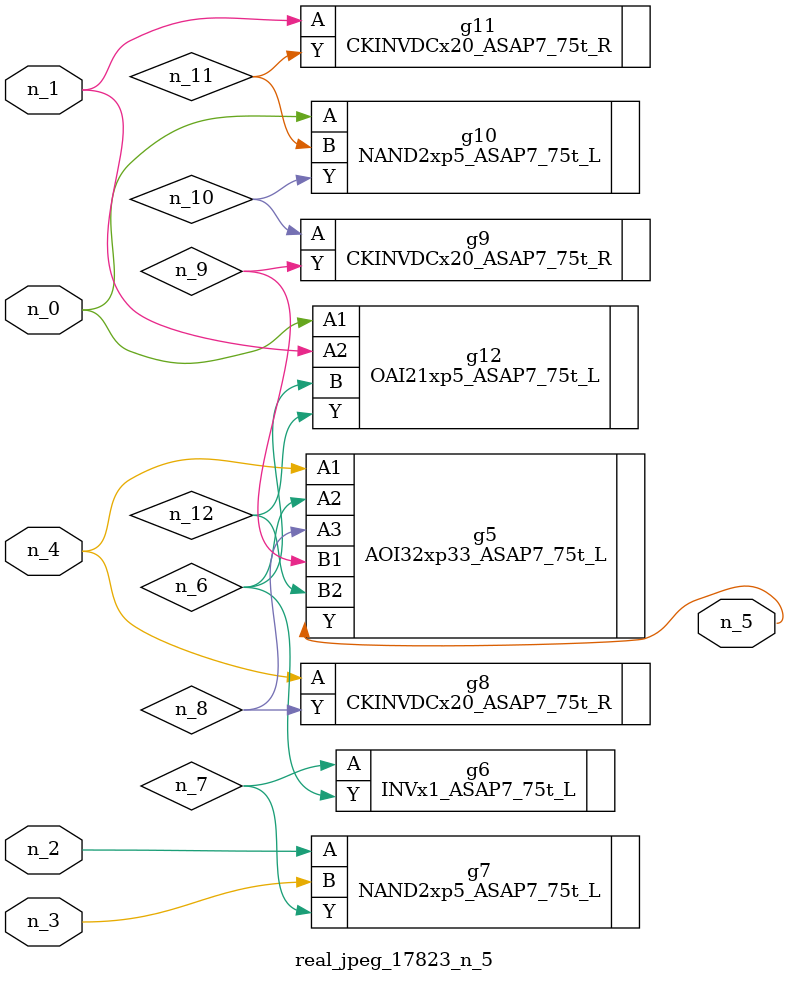
<source format=v>
module real_jpeg_17823_n_5 (n_4, n_0, n_1, n_2, n_3, n_5);

input n_4;
input n_0;
input n_1;
input n_2;
input n_3;

output n_5;

wire n_12;
wire n_8;
wire n_11;
wire n_6;
wire n_7;
wire n_10;
wire n_9;

NAND2xp5_ASAP7_75t_L g10 ( 
.A(n_0),
.B(n_11),
.Y(n_10)
);

OAI21xp5_ASAP7_75t_L g12 ( 
.A1(n_0),
.A2(n_1),
.B(n_6),
.Y(n_12)
);

CKINVDCx20_ASAP7_75t_R g11 ( 
.A(n_1),
.Y(n_11)
);

NAND2xp5_ASAP7_75t_L g7 ( 
.A(n_2),
.B(n_3),
.Y(n_7)
);

AOI32xp33_ASAP7_75t_L g5 ( 
.A1(n_4),
.A2(n_6),
.A3(n_8),
.B1(n_9),
.B2(n_12),
.Y(n_5)
);

CKINVDCx20_ASAP7_75t_R g8 ( 
.A(n_4),
.Y(n_8)
);

INVx1_ASAP7_75t_L g6 ( 
.A(n_7),
.Y(n_6)
);

CKINVDCx20_ASAP7_75t_R g9 ( 
.A(n_10),
.Y(n_9)
);


endmodule
</source>
